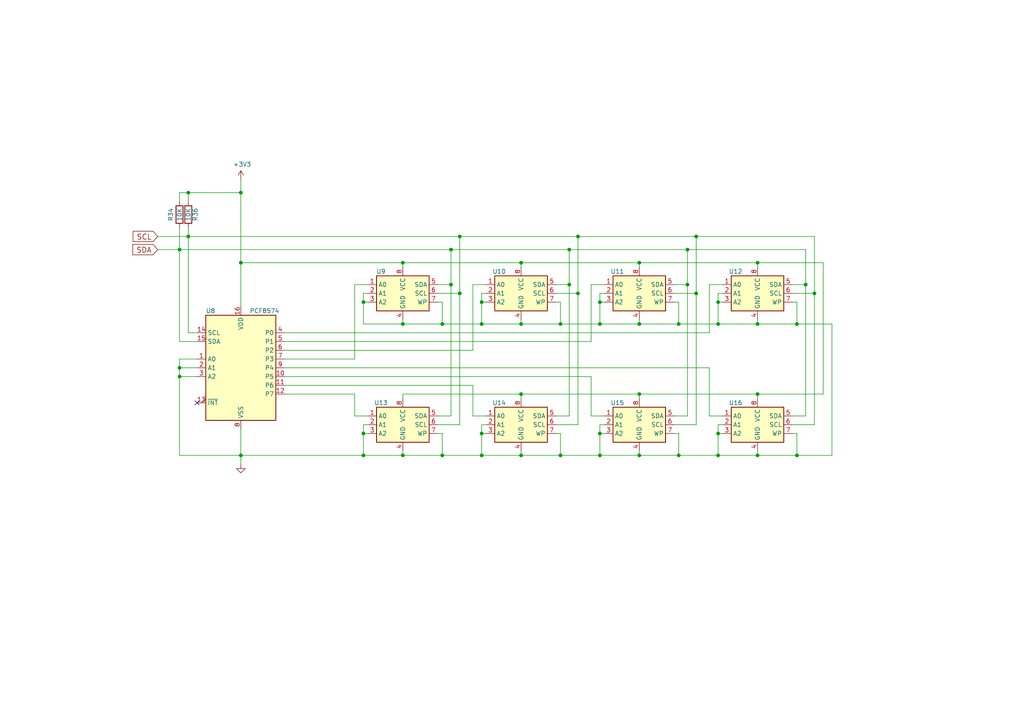
<source format=kicad_sch>
(kicad_sch (version 20250114) (generator "eeschema") (generator_version "9.0")
  (paper "A4")
  (lib_symbols
    (symbol "Device:R" (pin_numbers (hide yes)) (pin_names (offset 0))
      (property "Reference" "R" (at 2.032 0 90))
      (property "Value" "R" (at 0 0 90))
      (symbol "R_0_1"
        (rectangle (start -1.016 -2.54) (end 1.016 2.54) (stroke (width 0.254)))
      )
      (symbol "R_1_1"
        (pin passive line (at 0 3.81 270) (length 1.27) (name "~") (number "1"))
        (pin passive line (at 0 -3.81 90) (length 1.27) (name "~") (number "2"))
      )
    )
    (symbol "Interface_Expansion:PCF8574"
      (property "Reference" "U" (at -8.89 16.51 0))
      (property "Value" "PCF8574" (at 2.54 16.51 0))
      (symbol "PCF8574_0_1"
        (rectangle (start -10.16 15.24) (end 10.16 -15.24) (stroke (width 0.254)) (fill (type background)))
      )
      (symbol "PCF8574_1_1"
        (pin input line (at -12.7 10.16 0) (length 2.54) (name "SCL") (number "14"))
        (pin bidirectional line (at -12.7 7.62 0) (length 2.54) (name "SDA") (number "15"))
        (pin input line (at -12.7 2.54 0) (length 2.54) (name "A0") (number "1"))
        (pin input line (at -12.7 0 0) (length 2.54) (name "A1") (number "2"))
        (pin input line (at -12.7 -2.54 0) (length 2.54) (name "A2") (number "3"))
        (pin open_collector output_low (at -12.7 -10.16 0) (length 2.54) (name "~{INT}") (number "13"))
        (pin power_in line (at 0 17.78 270) (length 2.54) (name "VDD") (number "16"))
        (pin power_in line (at 0 -17.78 90) (length 2.54) (name "VSS") (number "8"))
        (pin bidirectional line (at 12.7 10.16 180) (length 2.54) (name "P0") (number "4"))
        (pin bidirectional line (at 12.7 7.62 180) (length 2.54) (name "P1") (number "5"))
        (pin bidirectional line (at 12.7 5.08 180) (length 2.54) (name "P2") (number "6"))
        (pin bidirectional line (at 12.7 2.54 180) (length 2.54) (name "P3") (number "7"))
        (pin bidirectional line (at 12.7 0 180) (length 2.54) (name "P4") (number "9"))
        (pin bidirectional line (at 12.7 -2.54 180) (length 2.54) (name "P5") (number "10"))
        (pin bidirectional line (at 12.7 -5.08 180) (length 2.54) (name "P6") (number "11"))
        (pin bidirectional line (at 12.7 -7.62 180) (length 2.54) (name "P7") (number "12"))
      )
    )
    (symbol "Memory_EEPROM:24LC32"
      (property "Reference" "U" (at -6.35 6.35 0))
      (property "Value" "24LC32" (at 1.27 6.35 0))
      (symbol "24LC32_1_1"
        (rectangle (start -7.62 5.08) (end 7.62 -5.08) (stroke (width 0.254)) (fill (type background)))
        (pin input line (at -10.16 2.54 0) (length 2.54) (name "A0") (number "1"))
        (pin input line (at -10.16 0 0) (length 2.54) (name "A1") (number "2"))
        (pin input line (at -10.16 -2.54 0) (length 2.54) (name "A2") (number "3"))
        (pin power_in line (at 0 7.62 270) (length 2.54) (name "VCC") (number "8"))
        (pin power_in line (at 0 -7.62 90) (length 2.54) (name "GND") (number "4"))
        (pin bidirectional line (at 10.16 2.54 180) (length 2.54) (name "SDA") (number "5"))
        (pin input line (at 10.16 0 180) (length 2.54) (name "SCL") (number "6"))
        (pin input line (at 10.16 -2.54 180) (length 2.54) (name "WP") (number "7"))
      )
    )
    (symbol "power:+3V3" (power) (pin_names (offset 0))
      (property "Value" "+3V3" (at 0 3.556 0))
      (symbol "+3V3_0_1"
        (polyline (pts (xy -0.762 1.27) (xy 0 2.54)))
        (polyline (pts (xy 0 2.54) (xy 0.762 1.27)))
        (polyline (pts (xy 0 0) (xy 0 2.54)))
      )
      (symbol "+3V3_1_1"
        (pin power_in line (at 0 0 90) (length 0) (hide yes) (name "+3V3") (number "1"))
      )
    )
    (symbol "power:GND" (power) (pin_names (offset 0))
      (property "Value" "GND" (at 0 -3.81 0))
      (symbol "GND_0_1"
        (polyline (pts (xy 0 0) (xy 0 -1.27) (xy 1.27 -1.27) (xy 0 -2.54) (xy -1.27 -1.27) (xy 0 -1.27)))
      )
      (symbol "GND_1_1"
        (pin power_in line (at 0 0 270) (length 0) (hide yes) (name "GND") (number "1"))
      )
    )
  )
  (junction (at 130.81 82.55))
  (junction (at 151.13 93.98))
  (junction (at 162.56 93.98))
  (junction (at 173.99 125.73))
  (junction (at 185.42 76.2))
  (junction (at 105.41 87.63))
  (junction (at 185.42 132.08))
  (junction (at 69.85 76.2))
  (junction (at 165.1 72.39))
  (junction (at 133.35 68.58))
  (junction (at 199.39 72.39))
  (junction (at 54.61 68.58))
  (junction (at 139.7 93.98))
  (junction (at 208.28 93.98))
  (junction (at 165.1 82.55))
  (junction (at 128.27 93.98))
  (junction (at 208.28 125.73))
  (junction (at 139.7 125.73))
  (junction (at 151.13 76.2))
  (junction (at 69.85 132.08))
  (junction (at 52.07 106.68))
  (junction (at 133.35 85.09))
  (junction (at 167.64 85.09))
  (junction (at 219.71 114.3))
  (junction (at 201.93 68.58))
  (junction (at 54.61 55.88))
  (junction (at 231.14 132.08))
  (junction (at 208.28 87.63))
  (junction (at 185.42 93.98))
  (junction (at 139.7 132.08))
  (junction (at 199.39 82.55))
  (junction (at 219.71 76.2))
  (junction (at 208.28 132.08))
  (junction (at 139.7 87.63))
  (junction (at 233.68 82.55))
  (junction (at 185.42 114.3))
  (junction (at 196.85 132.08))
  (junction (at 236.22 85.09))
  (junction (at 173.99 93.98))
  (junction (at 173.99 132.08))
  (junction (at 52.07 109.22))
  (junction (at 116.84 76.2))
  (junction (at 130.81 72.39))
  (junction (at 151.13 114.3))
  (junction (at 151.13 132.08))
  (junction (at 173.99 87.63))
  (junction (at 201.93 85.09))
  (junction (at 116.84 93.98))
  (junction (at 167.64 68.58))
  (junction (at 116.84 132.08))
  (junction (at 128.27 132.08))
  (junction (at 219.71 132.08))
  (junction (at 219.71 93.98))
  (junction (at 105.41 132.08))
  (junction (at 162.56 132.08))
  (junction (at 52.07 72.39))
  (junction (at 196.85 93.98))
  (junction (at 69.85 55.88))
  (junction (at 231.14 93.98))
  (junction (at 105.41 125.73))
  (no_connect (at 57.15 116.84))
  (wire (pts (xy 201.93 68.58) (xy 201.93 85.09)))
  (wire (pts (xy 69.85 124.46) (xy 69.85 132.08)))
  (wire (pts (xy 52.07 104.14) (xy 52.07 106.68)))
  (wire (pts (xy 236.22 123.19) (xy 229.87 123.19)))
  (wire (pts (xy 161.29 87.63) (xy 162.56 87.63)))
  (wire (pts (xy 52.07 132.08) (xy 69.85 132.08)))
  (wire (pts (xy 102.87 104.14) (xy 102.87 82.55)))
  (wire (pts (xy 106.68 87.63) (xy 105.41 87.63)))
  (wire (pts (xy 199.39 82.55) (xy 199.39 120.65)))
  (wire (pts (xy 130.81 82.55) (xy 130.81 120.65)))
  (wire (pts (xy 116.84 130.81) (xy 116.84 132.08)))
  (wire (pts (xy 219.71 92.71) (xy 219.71 93.98)))
  (wire (pts (xy 45.72 68.58) (xy 54.61 68.58)))
  (wire (pts (xy 139.7 87.63) (xy 139.7 93.98)))
  (wire (pts (xy 162.56 132.08) (xy 173.99 132.08)))
  (wire (pts (xy 219.71 130.81) (xy 219.71 132.08)))
  (wire (pts (xy 127 125.73) (xy 128.27 125.73)))
  (wire (pts (xy 185.42 130.81) (xy 185.42 132.08)))
  (wire (pts (xy 173.99 85.09) (xy 173.99 87.63)))
  (wire (pts (xy 238.76 76.2) (xy 219.71 76.2)))
  (wire (pts (xy 139.7 125.73) (xy 139.7 132.08)))
  (wire (pts (xy 133.35 68.58) (xy 167.64 68.58)))
  (wire (pts (xy 105.41 87.63) (xy 105.41 93.98)))
  (wire (pts (xy 185.42 76.2) (xy 151.13 76.2)))
  (wire (pts (xy 173.99 93.98) (xy 185.42 93.98)))
  (wire (pts (xy 175.26 87.63) (xy 173.99 87.63)))
  (wire (pts (xy 139.7 123.19) (xy 139.7 125.73)))
  (wire (pts (xy 151.13 132.08) (xy 162.56 132.08)))
  (wire (pts (xy 238.76 114.3) (xy 238.76 76.2)))
  (wire (pts (xy 208.28 85.09) (xy 208.28 87.63)))
  (wire (pts (xy 116.84 93.98) (xy 128.27 93.98)))
  (wire (pts (xy 209.55 87.63) (xy 208.28 87.63)))
  (wire (pts (xy 137.16 120.65) (xy 140.97 120.65)))
  (wire (pts (xy 82.55 96.52) (xy 205.74 96.52)))
  (wire (pts (xy 208.28 125.73) (xy 208.28 132.08)))
  (wire (pts (xy 185.42 115.57) (xy 185.42 114.3)))
  (wire (pts (xy 139.7 85.09) (xy 139.7 87.63)))
  (wire (pts (xy 173.99 132.08) (xy 185.42 132.08)))
  (wire (pts (xy 196.85 125.73) (xy 196.85 132.08)))
  (wire (pts (xy 209.55 125.73) (xy 208.28 125.73)))
  (wire (pts (xy 208.28 87.63) (xy 208.28 93.98)))
  (wire (pts (xy 167.64 123.19) (xy 161.29 123.19)))
  (wire (pts (xy 196.85 132.08) (xy 208.28 132.08)))
  (wire (pts (xy 208.28 132.08) (xy 219.71 132.08)))
  (wire (pts (xy 165.1 82.55) (xy 161.29 82.55)))
  (wire (pts (xy 133.35 85.09) (xy 133.35 123.19)))
  (wire (pts (xy 52.07 72.39) (xy 130.81 72.39)))
  (wire (pts (xy 52.07 72.39) (xy 52.07 99.06)))
  (wire (pts (xy 54.61 96.52) (xy 57.15 96.52)))
  (wire (pts (xy 116.84 132.08) (xy 128.27 132.08)))
  (wire (pts (xy 185.42 92.71) (xy 185.42 93.98)))
  (wire (pts (xy 233.68 120.65) (xy 229.87 120.65)))
  (wire (pts (xy 69.85 76.2) (xy 69.85 88.9)))
  (wire (pts (xy 201.93 85.09) (xy 195.58 85.09)))
  (wire (pts (xy 219.71 76.2) (xy 185.42 76.2)))
  (wire (pts (xy 116.84 76.2) (xy 151.13 76.2)))
  (wire (pts (xy 105.41 93.98) (xy 116.84 93.98)))
  (wire (pts (xy 201.93 123.19) (xy 195.58 123.19)))
  (wire (pts (xy 137.16 82.55) (xy 140.97 82.55)))
  (wire (pts (xy 128.27 87.63) (xy 128.27 93.98)))
  (wire (pts (xy 165.1 72.39) (xy 165.1 82.55)))
  (wire (pts (xy 231.14 87.63) (xy 231.14 93.98)))
  (wire (pts (xy 196.85 87.63) (xy 196.85 93.98)))
  (wire (pts (xy 133.35 85.09) (xy 127 85.09)))
  (wire (pts (xy 82.55 99.06) (xy 171.45 99.06)))
  (wire (pts (xy 69.85 55.88) (xy 69.85 76.2)))
  (wire (pts (xy 205.74 120.65) (xy 209.55 120.65)))
  (wire (pts (xy 173.99 87.63) (xy 173.99 93.98)))
  (wire (pts (xy 130.81 72.39) (xy 165.1 72.39)))
  (wire (pts (xy 208.28 123.19) (xy 208.28 125.73)))
  (wire (pts (xy 69.85 132.08) (xy 69.85 134.62)))
  (wire (pts (xy 102.87 120.65) (xy 106.68 120.65)))
  (wire (pts (xy 162.56 125.73) (xy 162.56 132.08)))
  (wire (pts (xy 185.42 132.08) (xy 196.85 132.08)))
  (wire (pts (xy 54.61 68.58) (xy 133.35 68.58)))
  (wire (pts (xy 69.85 76.2) (xy 116.84 76.2)))
  (wire (pts (xy 137.16 101.6) (xy 137.16 82.55)))
  (wire (pts (xy 167.64 85.09) (xy 161.29 85.09)))
  (wire (pts (xy 173.99 125.73) (xy 173.99 132.08)))
  (wire (pts (xy 116.84 92.71) (xy 116.84 93.98)))
  (wire (pts (xy 116.84 114.3) (xy 116.84 115.57)))
  (wire (pts (xy 201.93 85.09) (xy 201.93 123.19)))
  (wire (pts (xy 52.07 99.06) (xy 57.15 99.06)))
  (wire (pts (xy 151.13 130.81) (xy 151.13 132.08)))
  (wire (pts (xy 106.68 123.19) (xy 105.41 123.19)))
  (wire (pts (xy 82.55 111.76) (xy 137.16 111.76)))
  (wire (pts (xy 54.61 66.04) (xy 54.61 68.58)))
  (wire (pts (xy 208.28 93.98) (xy 219.71 93.98)))
  (wire (pts (xy 195.58 87.63) (xy 196.85 87.63)))
  (wire (pts (xy 45.72 72.39) (xy 52.07 72.39)))
  (wire (pts (xy 82.55 106.68) (xy 205.74 106.68)))
  (wire (pts (xy 140.97 87.63) (xy 139.7 87.63)))
  (wire (pts (xy 54.61 55.88) (xy 69.85 55.88)))
  (wire (pts (xy 171.45 99.06) (xy 171.45 82.55)))
  (wire (pts (xy 219.71 93.98) (xy 231.14 93.98)))
  (wire (pts (xy 151.13 77.47) (xy 151.13 76.2)))
  (wire (pts (xy 105.41 125.73) (xy 105.41 132.08)))
  (wire (pts (xy 128.27 93.98) (xy 139.7 93.98)))
  (wire (pts (xy 82.55 109.22) (xy 171.45 109.22)))
  (wire (pts (xy 171.45 82.55) (xy 175.26 82.55)))
  (wire (pts (xy 52.07 66.04) (xy 52.07 72.39)))
  (wire (pts (xy 130.81 82.55) (xy 127 82.55)))
  (wire (pts (xy 165.1 72.39) (xy 199.39 72.39)))
  (wire (pts (xy 241.3 132.08) (xy 241.3 93.98)))
  (wire (pts (xy 219.71 114.3) (xy 185.42 114.3)))
  (wire (pts (xy 205.74 106.68) (xy 205.74 120.65)))
  (wire (pts (xy 173.99 123.19) (xy 173.99 125.73)))
  (wire (pts (xy 236.22 68.58) (xy 236.22 85.09)))
  (wire (pts (xy 185.42 93.98) (xy 196.85 93.98)))
  (wire (pts (xy 231.14 93.98) (xy 241.3 93.98)))
  (wire (pts (xy 105.41 123.19) (xy 105.41 125.73)))
  (wire (pts (xy 82.55 114.3) (xy 102.87 114.3)))
  (wire (pts (xy 106.68 85.09) (xy 105.41 85.09)))
  (wire (pts (xy 69.85 132.08) (xy 105.41 132.08)))
  (wire (pts (xy 209.55 123.19) (xy 208.28 123.19)))
  (wire (pts (xy 205.74 96.52) (xy 205.74 82.55)))
  (wire (pts (xy 128.27 125.73) (xy 128.27 132.08)))
  (wire (pts (xy 233.68 72.39) (xy 233.68 82.55)))
  (wire (pts (xy 175.26 125.73) (xy 173.99 125.73)))
  (wire (pts (xy 133.35 68.58) (xy 133.35 85.09)))
  (wire (pts (xy 167.64 68.58) (xy 167.64 85.09)))
  (wire (pts (xy 236.22 85.09) (xy 229.87 85.09)))
  (wire (pts (xy 102.87 82.55) (xy 106.68 82.55)))
  (wire (pts (xy 102.87 114.3) (xy 102.87 120.65)))
  (wire (pts (xy 54.61 68.58) (xy 54.61 96.52)))
  (wire (pts (xy 140.97 85.09) (xy 139.7 85.09)))
  (wire (pts (xy 199.39 72.39) (xy 233.68 72.39)))
  (wire (pts (xy 167.64 85.09) (xy 167.64 123.19)))
  (wire (pts (xy 139.7 132.08) (xy 151.13 132.08)))
  (wire (pts (xy 238.76 114.3) (xy 219.71 114.3)))
  (wire (pts (xy 162.56 93.98) (xy 173.99 93.98)))
  (wire (pts (xy 161.29 125.73) (xy 162.56 125.73)))
  (wire (pts (xy 57.15 106.68) (xy 52.07 106.68)))
  (wire (pts (xy 165.1 120.65) (xy 161.29 120.65)))
  (wire (pts (xy 127 87.63) (xy 128.27 87.63)))
  (wire (pts (xy 52.07 106.68) (xy 52.07 109.22)))
  (wire (pts (xy 209.55 85.09) (xy 208.28 85.09)))
  (wire (pts (xy 175.26 85.09) (xy 173.99 85.09)))
  (wire (pts (xy 133.35 123.19) (xy 127 123.19)))
  (wire (pts (xy 171.45 120.65) (xy 175.26 120.65)))
  (wire (pts (xy 151.13 115.57) (xy 151.13 114.3)))
  (wire (pts (xy 52.07 109.22) (xy 52.07 132.08)))
  (wire (pts (xy 219.71 115.57) (xy 219.71 114.3)))
  (wire (pts (xy 116.84 77.47) (xy 116.84 76.2)))
  (wire (pts (xy 199.39 72.39) (xy 199.39 82.55)))
  (wire (pts (xy 185.42 77.47) (xy 185.42 76.2)))
  (wire (pts (xy 199.39 120.65) (xy 195.58 120.65)))
  (wire (pts (xy 139.7 93.98) (xy 151.13 93.98)))
  (wire (pts (xy 167.64 68.58) (xy 201.93 68.58)))
  (wire (pts (xy 231.14 132.08) (xy 241.3 132.08)))
  (wire (pts (xy 151.13 93.98) (xy 162.56 93.98)))
  (wire (pts (xy 175.26 123.19) (xy 173.99 123.19)))
  (wire (pts (xy 137.16 111.76) (xy 137.16 120.65)))
  (wire (pts (xy 57.15 109.22) (xy 52.07 109.22)))
  (wire (pts (xy 233.68 82.55) (xy 229.87 82.55)))
  (wire (pts (xy 151.13 92.71) (xy 151.13 93.98)))
  (wire (pts (xy 233.68 82.55) (xy 233.68 120.65)))
  (wire (pts (xy 195.58 125.73) (xy 196.85 125.73)))
  (wire (pts (xy 171.45 109.22) (xy 171.45 120.65)))
  (wire (pts (xy 105.41 132.08) (xy 116.84 132.08)))
  (wire (pts (xy 130.81 72.39) (xy 130.81 82.55)))
  (wire (pts (xy 140.97 123.19) (xy 139.7 123.19)))
  (wire (pts (xy 82.55 101.6) (xy 137.16 101.6)))
  (wire (pts (xy 54.61 58.42) (xy 54.61 55.88)))
  (wire (pts (xy 52.07 55.88) (xy 54.61 55.88)))
  (wire (pts (xy 82.55 104.14) (xy 102.87 104.14)))
  (wire (pts (xy 105.41 85.09) (xy 105.41 87.63)))
  (wire (pts (xy 231.14 125.73) (xy 231.14 132.08)))
  (wire (pts (xy 229.87 87.63) (xy 231.14 87.63)))
  (wire (pts (xy 201.93 68.58) (xy 236.22 68.58)))
  (wire (pts (xy 219.71 77.47) (xy 219.71 76.2)))
  (wire (pts (xy 185.42 114.3) (xy 151.13 114.3)))
  (wire (pts (xy 205.74 82.55) (xy 209.55 82.55)))
  (wire (pts (xy 162.56 87.63) (xy 162.56 93.98)))
  (wire (pts (xy 196.85 93.98) (xy 208.28 93.98)))
  (wire (pts (xy 128.27 132.08) (xy 139.7 132.08)))
  (wire (pts (xy 106.68 125.73) (xy 105.41 125.73)))
  (wire (pts (xy 219.71 132.08) (xy 231.14 132.08)))
  (wire (pts (xy 151.13 114.3) (xy 116.84 114.3)))
  (wire (pts (xy 69.85 52.07) (xy 69.85 55.88)))
  (wire (pts (xy 229.87 125.73) (xy 231.14 125.73)))
  (wire (pts (xy 140.97 125.73) (xy 139.7 125.73)))
  (wire (pts (xy 199.39 82.55) (xy 195.58 82.55)))
  (wire (pts (xy 52.07 58.42) (xy 52.07 55.88)))
  (wire (pts (xy 57.15 104.14) (xy 52.07 104.14)))
  (wire (pts (xy 236.22 85.09) (xy 236.22 123.19)))
  (wire (pts (xy 165.1 82.55) (xy 165.1 120.65)))
  (wire (pts (xy 130.81 120.65) (xy 127 120.65)))
  (global_label "SCL" (shape input) (at 45.72 68.58 180) (effects (font (size 1.524 1.524))) (property "Intersheetrefs" "${INTERSHEET_REFS}" (effects (hide yes))) (property "Referencias entre hojas" "${INTERSHEET_REFS}" (effects (hide yes))))
  (global_label "SDA" (shape input) (at 45.72 72.39 180) (effects (font (size 1.524 1.524))) (property "Intersheetrefs" "${INTERSHEET_REFS}" (effects (hide yes))) (property "Referencias entre hojas" "${INTERSHEET_REFS}" (effects (hide yes))))
  (symbol (lib_id "Memory_EEPROM:24LC32") (at 116.84 85.09 0) (unit 1)
    (property "Reference" "U9" (at 110.49 78.74 0))
    (property "Value" "24LC32" (effects (hide yes)))
    (property "Footprint" "Package_SO:SOIC-8_3.9x4.9mm_P1.27mm" (effects (hide yes)))
  )
  (symbol (lib_id "Memory_EEPROM:24LC32") (at 151.13 85.09 0) (unit 1)
    (property "Reference" "U10" (at 144.78 78.74 0))
    (property "Value" "24LC32" (effects (hide yes)))
    (property "Footprint" "Package_SO:SOIC-8_3.9x4.9mm_P1.27mm" (effects (hide yes)))
  )
  (symbol (lib_id "Memory_EEPROM:24LC32") (at 185.42 85.09 0) (unit 1)
    (property "Reference" "U11" (at 179.07 78.74 0))
    (property "Value" "24LC32" (effects (hide yes)))
    (property "Footprint" "Package_SO:SOIC-8_3.9x4.9mm_P1.27mm" (effects (hide yes)))
  )
  (symbol (lib_id "Memory_EEPROM:24LC32") (at 219.71 85.09 0) (unit 1)
    (property "Reference" "U12" (at 213.36 78.74 0))
    (property "Value" "24LC32" (effects (hide yes)))
    (property "Footprint" "Package_SO:SOIC-8_3.9x4.9mm_P1.27mm" (effects (hide yes)))
  )
  (symbol (lib_id "Memory_EEPROM:24LC32") (at 116.84 123.19 0) (unit 1)
    (property "Reference" "U13" (at 110.49 116.84 0))
    (property "Value" "24LC32" (effects (hide yes)))
    (property "Footprint" "Package_SO:SOIC-8_3.9x4.9mm_P1.27mm" (effects (hide yes)))
  )
  (symbol (lib_id "Memory_EEPROM:24LC32") (at 151.13 123.19 0) (unit 1)
    (property "Reference" "U14" (at 144.78 116.84 0))
    (property "Value" "24LC32" (effects (hide yes)))
    (property "Footprint" "Package_SO:SOIC-8_3.9x4.9mm_P1.27mm" (effects (hide yes)))
  )
  (symbol (lib_id "Memory_EEPROM:24LC32") (at 185.42 123.19 0) (unit 1)
    (property "Reference" "U15" (at 179.07 116.84 0))
    (property "Value" "24LC32" (effects (hide yes)))
    (property "Footprint" "Package_SO:SOIC-8_3.9x4.9mm_P1.27mm" (effects (hide yes)))
  )
  (symbol (lib_id "Memory_EEPROM:24LC32") (at 219.71 123.19 0) (unit 1)
    (property "Reference" "U16" (at 213.36 116.84 0))
    (property "Value" "24LC32" (effects (hide yes)))
    (property "Footprint" "Package_SO:SOIC-8_3.9x4.9mm_P1.27mm" (effects (hide yes)))
  )
  (symbol (lib_id "Interface_Expansion:PCF8574") (at 69.85 106.68 0) (unit 1)
    (property "Reference" "U8" (at 59.69 90.17 0) (effects (justify left)))
    (property "Value" "PCF8574" (at 72.39 90.17 0) (effects (justify left)))
    (property "Footprint" "Package_SO:SOIC-16_3.9x9.9mm_P1.27mm" (effects (hide yes)))
  )
  (symbol (lib_id "Device:R") (at 54.61 62.23 0) (unit 1)
    (property "Reference" "R36" (at 56.642 62.23 90))
    (property "Value" "10K" (at 54.61 62.23 90))
    (property "Footprint" "Resistor_SMD:R_0805_2012Metric" (effects (hide yes)))
  )
  (symbol (lib_id "Device:R") (at 52.07 62.23 0) (unit 1)
    (property "Reference" "R34" (at 49.53 62.23 90))
    (property "Value" "10K" (at 52.07 62.23 90))
    (property "Footprint" "Resistor_SMD:R_0805_2012Metric" (effects (hide yes)))
  )
  (symbol (lib_id "power:+3V3") (at 69.85 52.07 0) (unit 1)
    (property "Reference" "#PWR0101" (effects (hide yes)))
    (property "Value" "+3V3" (at 70.231 47.6758 0))
  )
  (symbol (lib_id "power:GND") (at 69.85 134.62 0) (mirror y) (unit 1)
    (property "Reference" "#PWR0103" (effects (hide yes)))
    (property "Value" "GND" (effects (hide yes)))
  )
)
</source>
